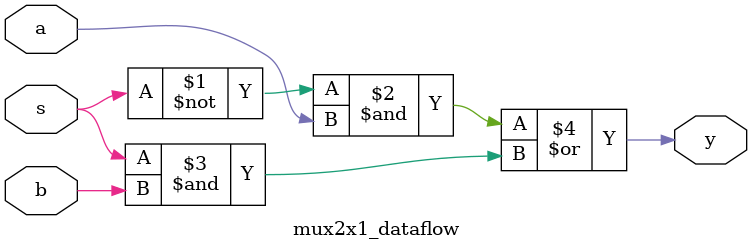
<source format=v>
module mux2x1_dataflow (a, b, s, y);

	input a, b, s;
	output y;

	assign y = (~s & a) | (s & b);

endmodule

</source>
